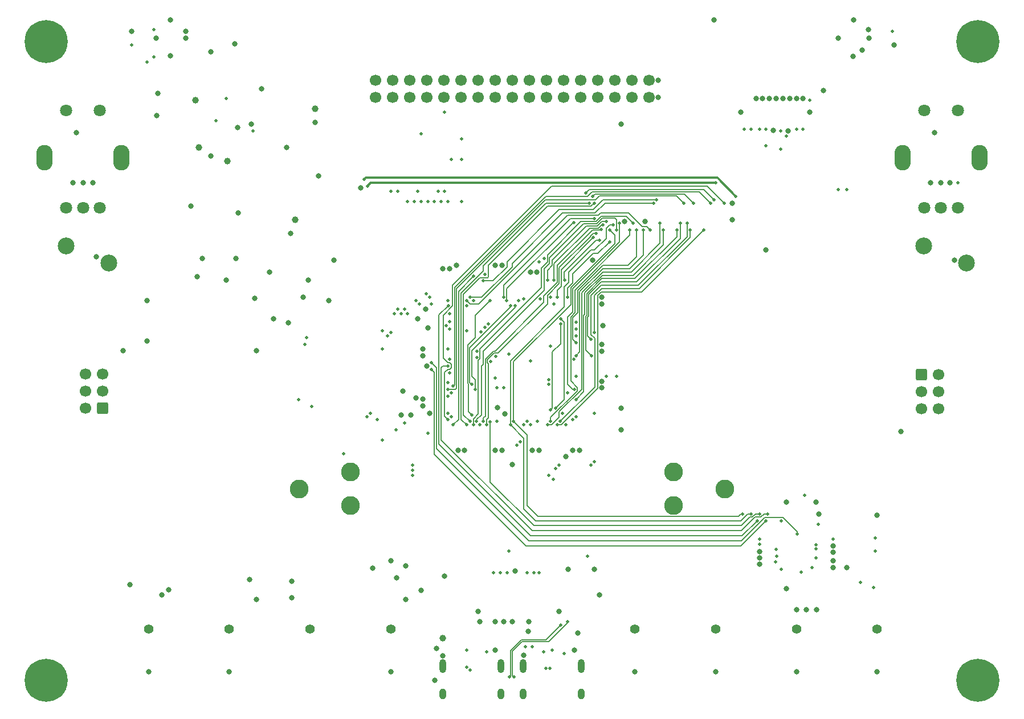
<source format=gbr>
%TF.GenerationSoftware,KiCad,Pcbnew,7.0.8*%
%TF.CreationDate,2023-12-20T14:30:26+01:00*%
%TF.ProjectId,KLST_PANDA,4b4c5354-5f50-4414-9e44-412e6b696361,rev?*%
%TF.SameCoordinates,Original*%
%TF.FileFunction,Copper,L3,Inr*%
%TF.FilePolarity,Positive*%
%FSLAX46Y46*%
G04 Gerber Fmt 4.6, Leading zero omitted, Abs format (unit mm)*
G04 Created by KiCad (PCBNEW 7.0.8) date 2023-12-20 14:30:26*
%MOMM*%
%LPD*%
G01*
G04 APERTURE LIST*
G04 Aperture macros list*
%AMRoundRect*
0 Rectangle with rounded corners*
0 $1 Rounding radius*
0 $2 $3 $4 $5 $6 $7 $8 $9 X,Y pos of 4 corners*
0 Add a 4 corners polygon primitive as box body*
4,1,4,$2,$3,$4,$5,$6,$7,$8,$9,$2,$3,0*
0 Add four circle primitives for the rounded corners*
1,1,$1+$1,$2,$3*
1,1,$1+$1,$4,$5*
1,1,$1+$1,$6,$7*
1,1,$1+$1,$8,$9*
0 Add four rect primitives between the rounded corners*
20,1,$1+$1,$2,$3,$4,$5,0*
20,1,$1+$1,$4,$5,$6,$7,0*
20,1,$1+$1,$6,$7,$8,$9,0*
20,1,$1+$1,$8,$9,$2,$3,0*%
G04 Aperture macros list end*
%TA.AperFunction,WasherPad*%
%ADD10C,1.400000*%
%TD*%
%TA.AperFunction,ComponentPad*%
%ADD11RoundRect,0.250000X-0.600000X-0.600000X0.600000X-0.600000X0.600000X0.600000X-0.600000X0.600000X0*%
%TD*%
%TA.AperFunction,ComponentPad*%
%ADD12C,1.700000*%
%TD*%
%TA.AperFunction,ComponentPad*%
%ADD13C,0.800000*%
%TD*%
%TA.AperFunction,ComponentPad*%
%ADD14C,6.400000*%
%TD*%
%TA.AperFunction,ComponentPad*%
%ADD15RoundRect,0.250000X0.600000X0.600000X-0.600000X0.600000X-0.600000X-0.600000X0.600000X-0.600000X0*%
%TD*%
%TA.AperFunction,ComponentPad*%
%ADD16O,1.000000X2.100000*%
%TD*%
%TA.AperFunction,ComponentPad*%
%ADD17O,1.000000X1.600000*%
%TD*%
%TA.AperFunction,ComponentPad*%
%ADD18C,2.800000*%
%TD*%
%TA.AperFunction,ComponentPad*%
%ADD19O,2.400000X3.800000*%
%TD*%
%TA.AperFunction,ComponentPad*%
%ADD20C,1.800000*%
%TD*%
%TA.AperFunction,ComponentPad*%
%ADD21C,2.500000*%
%TD*%
%TA.AperFunction,ViaPad*%
%ADD22C,0.800000*%
%TD*%
%TA.AperFunction,ViaPad*%
%ADD23C,0.500000*%
%TD*%
%TA.AperFunction,ViaPad*%
%ADD24C,1.000000*%
%TD*%
%TA.AperFunction,Conductor*%
%ADD25C,0.150000*%
%TD*%
%TA.AperFunction,Conductor*%
%ADD26C,0.300000*%
%TD*%
G04 APERTURE END LIST*
D10*
%TO.N,*%
%TO.C,J16*%
X142500000Y-142400000D03*
%TD*%
%TO.N,*%
%TO.C,J11*%
X82250000Y-142400000D03*
%TD*%
D11*
%TO.N,GND*%
%TO.C,J5*%
X185100000Y-104500000D03*
D12*
%TO.N,_IDC_SERIAL_01_TX*%
X187640000Y-104500000D03*
%TO.N,Net-(D9-K)*%
X185100000Y-107040000D03*
X187640000Y-107040000D03*
%TO.N,_IDC_SERIAL_01_RX*%
X185100000Y-109580000D03*
%TO.N,GND*%
X187640000Y-109580000D03*
%TD*%
D13*
%TO.N,GND*%
%TO.C,H2*%
X191100000Y-55000000D03*
X191802944Y-53302944D03*
X191802944Y-56697056D03*
X193500000Y-52600000D03*
D14*
X193500000Y-55000000D03*
D13*
X193500000Y-57400000D03*
X195197056Y-53302944D03*
X195197056Y-56697056D03*
X195900000Y-55000000D03*
%TD*%
D10*
%TO.N,*%
%TO.C,J19*%
X178500000Y-142400000D03*
%TD*%
%TO.N,*%
%TO.C,J8*%
X106250000Y-142400000D03*
%TD*%
D15*
%TO.N,GND*%
%TO.C,J6*%
X63400000Y-109500000D03*
D12*
%TO.N,_IDC_SERIAL_00_TX*%
X60860000Y-109500000D03*
%TO.N,Net-(D10-K)*%
X63400000Y-106960000D03*
X60860000Y-106960000D03*
%TO.N,_IDC_SERIAL_00_RX*%
X63400000Y-104420000D03*
%TO.N,GND*%
X60860000Y-104420000D03*
%TD*%
D16*
%TO.N,GND*%
%TO.C,J9*%
X125930000Y-147870000D03*
D17*
X125930000Y-152050000D03*
D16*
X134570000Y-147870000D03*
D17*
X134570000Y-152050000D03*
%TD*%
D10*
%TO.N,*%
%TO.C,J7*%
X94250000Y-142400000D03*
%TD*%
D13*
%TO.N,GND*%
%TO.C,H1*%
X52600000Y-55000000D03*
X53302944Y-53302944D03*
X53302944Y-56697056D03*
X55000000Y-52600000D03*
D14*
X55000000Y-55000000D03*
D13*
X55000000Y-57400000D03*
X56697056Y-53302944D03*
X56697056Y-56697056D03*
X57400000Y-55000000D03*
%TD*%
D16*
%TO.N,GND*%
%TO.C,J10*%
X113930000Y-147870000D03*
D17*
X113930000Y-152050000D03*
D16*
X122570000Y-147870000D03*
D17*
X122570000Y-152050000D03*
%TD*%
D13*
%TO.N,GND*%
%TO.C,H4*%
X191100000Y-150000000D03*
X191802944Y-148302944D03*
X191802944Y-151697056D03*
X193500000Y-147600000D03*
D14*
X193500000Y-150000000D03*
D13*
X193500000Y-152400000D03*
X195197056Y-148302944D03*
X195197056Y-151697056D03*
X195900000Y-150000000D03*
%TD*%
D10*
%TO.N,*%
%TO.C,J17*%
X166500000Y-142400000D03*
%TD*%
%TO.N,*%
%TO.C,J18*%
X154500000Y-142400000D03*
%TD*%
D12*
%TO.N,+3.3V*%
%TO.C,J13*%
X103930000Y-63290000D03*
%TO.N,+5V*%
X103930000Y-60750000D03*
%TO.N,GND*%
X106470000Y-63290000D03*
X106470000Y-60750000D03*
%TO.N,GPIO_00_PWM*%
X109010000Y-63290000D03*
%TO.N,GPIO_01_PWM*%
X109010000Y-60750000D03*
%TO.N,GPIO_02_PWM*%
X111550000Y-63290000D03*
%TO.N,GPIO_03_PWM*%
X111550000Y-60750000D03*
%TO.N,GPIO_04_ADC*%
X114090000Y-63290000D03*
%TO.N,GPIO_05_ADC*%
X114090000Y-60750000D03*
%TO.N,GPIO_06*%
X116630000Y-63290000D03*
%TO.N,GPIO_07*%
X116630000Y-60750000D03*
%TO.N,GPIO_08*%
X119170000Y-63290000D03*
%TO.N,GPIO_09*%
X119170000Y-60750000D03*
%TO.N,GPIO_10*%
X121710000Y-63290000D03*
%TO.N,GPIO_11*%
X121710000Y-60750000D03*
%TO.N,GPIO_12*%
X124250000Y-63290000D03*
%TO.N,GPIO_13*%
X124250000Y-60750000D03*
%TO.N,GPIO_14*%
X126790000Y-63290000D03*
%TO.N,GPIO_15*%
X126790000Y-60750000D03*
%TO.N,GPIO_16*%
X129330000Y-63290000D03*
%TO.N,GPIO_17*%
X129330000Y-60750000D03*
%TO.N,GPIO_18_INT*%
X131870000Y-63290000D03*
%TO.N,GND*%
X131870000Y-60750000D03*
%TO.N,SERIAL_USR_RX*%
X134410000Y-63290000D03*
%TO.N,SPI_USR_CS*%
X134410000Y-60750000D03*
%TO.N,SERIAL_USR_TX*%
X136950000Y-63290000D03*
%TO.N,SPI_USR_MISO*%
X136950000Y-60750000D03*
%TO.N,I2C_USR_SDA*%
X139490000Y-63290000D03*
%TO.N,SPI_USR_MOSI*%
X139490000Y-60750000D03*
%TO.N,I2C_USR_SCL*%
X142030000Y-63290000D03*
%TO.N,SPI_USR_SCK*%
X142030000Y-60750000D03*
%TO.N,GND*%
X144570000Y-63290000D03*
X144570000Y-60750000D03*
%TD*%
D10*
%TO.N,*%
%TO.C,J12*%
X70250000Y-142400000D03*
%TD*%
D13*
%TO.N,GND*%
%TO.C,H3*%
X52600000Y-150000000D03*
X53302944Y-148302944D03*
X53302944Y-151697056D03*
X55000000Y-147600000D03*
D14*
X55000000Y-150000000D03*
D13*
X55000000Y-152400000D03*
X56697056Y-148302944D03*
X56697056Y-151697056D03*
X57400000Y-150000000D03*
%TD*%
D18*
%TO.N,GND*%
%TO.C,J4*%
X155850000Y-121500000D03*
X148251000Y-124000000D03*
X148250000Y-119000000D03*
%TD*%
%TO.N,/battery/(BAT_PLUS)*%
%TO.C,J3*%
X92650000Y-121500000D03*
X100249000Y-119000000D03*
X100250000Y-124000000D03*
%TD*%
D19*
%TO.N,*%
%TO.C,SW5*%
X66200000Y-72250000D03*
X54800000Y-72250000D03*
D20*
%TO.N,Net-(C43-Pad1)*%
X63000000Y-79750000D03*
%TO.N,Net-(C41-Pad1)*%
X58000000Y-79750000D03*
%TO.N,GND*%
X60500000Y-79750000D03*
X63000000Y-65250000D03*
%TO.N,Net-(R33-Pad1)*%
X58000000Y-65250000D03*
%TD*%
D19*
%TO.N,*%
%TO.C,SW4*%
X193700000Y-72250000D03*
X182300000Y-72250000D03*
D20*
%TO.N,Net-(C40-Pad1)*%
X190500000Y-79750000D03*
%TO.N,Net-(C38-Pad1)*%
X185500000Y-79750000D03*
%TO.N,GND*%
X188000000Y-79750000D03*
X190500000Y-65250000D03*
%TO.N,Net-(R27-Pad1)*%
X185500000Y-65250000D03*
%TD*%
D21*
%TO.N,Net-(R52-Pad1)*%
%TO.C,SW8*%
X64310000Y-87960000D03*
%TO.N,GND*%
X57960000Y-85420000D03*
%TD*%
%TO.N,Net-(R50-Pad1)*%
%TO.C,SW7*%
X191810000Y-87960000D03*
%TO.N,GND*%
X185460000Y-85420000D03*
%TD*%
D22*
%TO.N,GND*%
X144000000Y-81749978D03*
X170500000Y-62249994D03*
X146000000Y-60750000D03*
D23*
X129750006Y-105250000D03*
D22*
X168500000Y-65500000D03*
D23*
X164250000Y-133500000D03*
D22*
X91000000Y-96800000D03*
X114000000Y-88750000D03*
X119250000Y-139750000D03*
X82250000Y-148749996D03*
X169859500Y-125250000D03*
X88800000Y-96200000D03*
X121750000Y-115750000D03*
X73500000Y-51750000D03*
X106250000Y-132250000D03*
X119497781Y-141250000D03*
X165000000Y-123500000D03*
X124250000Y-141250000D03*
X137625000Y-106500000D03*
X67500000Y-135750000D03*
X70250000Y-148750000D03*
X67750000Y-53500000D03*
X172000000Y-133250000D03*
X177264831Y-54508694D03*
X137625000Y-101068775D03*
X60500000Y-76000000D03*
X73510312Y-57105803D03*
X122730000Y-88250000D03*
X90750000Y-70750000D03*
X83500000Y-67750000D03*
X121750000Y-145500000D03*
D23*
X163601864Y-131503658D03*
D22*
X136225812Y-87475812D03*
X169400000Y-123500000D03*
X116250000Y-115750000D03*
X134250000Y-115750000D03*
X123000000Y-141250000D03*
X110984274Y-109140500D03*
X168000000Y-139500000D03*
X126000000Y-146250000D03*
X132599992Y-133445000D03*
X110999980Y-100750034D03*
X161063407Y-130813407D03*
X166500000Y-139500000D03*
X108500000Y-138000000D03*
X169500000Y-139500000D03*
D23*
X168800000Y-133250020D03*
D22*
X165250000Y-68250000D03*
X178500002Y-148750000D03*
X161000000Y-131750000D03*
X103588434Y-133338438D03*
D23*
X122000000Y-106500000D03*
D22*
X174933058Y-57183058D03*
X134000000Y-143000000D03*
X75750000Y-54500000D03*
X127250000Y-115750000D03*
D23*
X119020000Y-101020000D03*
D22*
X95000000Y-67000000D03*
X110250000Y-96250000D03*
X154250000Y-51750000D03*
X114000000Y-146345003D03*
D23*
X130250000Y-145500000D03*
D22*
X178499996Y-125400000D03*
X127950003Y-89250000D03*
X91338329Y-83553567D03*
X94000000Y-90500000D03*
X108000000Y-107000000D03*
X133500000Y-145500000D03*
X109250000Y-110500000D03*
X172000008Y-130000000D03*
X101750000Y-76750000D03*
X97000000Y-93500000D03*
X111620602Y-103256972D03*
X181000000Y-55500000D03*
X141000000Y-81750000D03*
X124750000Y-133750000D03*
X122052188Y-109418303D03*
D23*
X167199500Y-133899647D03*
D22*
X158250000Y-65500000D03*
X126750000Y-141249996D03*
X137625000Y-93990808D03*
X172000000Y-130975000D03*
X83550000Y-80450000D03*
X106250000Y-148750000D03*
X85500000Y-67250000D03*
X165000000Y-136399986D03*
X88250000Y-89250000D03*
X71379442Y-54500000D03*
X93250000Y-93000000D03*
X154500000Y-148750000D03*
X166500000Y-148750004D03*
X137250000Y-137250000D03*
X95500000Y-75000000D03*
X161999996Y-86000000D03*
X172000000Y-132250000D03*
X97750000Y-87500000D03*
X79500000Y-72000000D03*
X71500000Y-66000000D03*
X172750000Y-54500000D03*
X76500000Y-79500000D03*
X175000000Y-51750000D03*
X71624132Y-62717054D03*
D23*
X123765216Y-101479131D03*
D22*
X174000000Y-133250000D03*
X110750000Y-136590000D03*
X91500000Y-135250000D03*
D23*
X169400000Y-130450003D03*
D22*
X187970622Y-76000000D03*
X146000000Y-63250000D03*
X176250000Y-56250000D03*
X72250000Y-137250000D03*
X78250000Y-87250000D03*
D23*
X127000000Y-102500000D03*
D22*
X142500004Y-148750000D03*
X83250000Y-87250000D03*
X79500000Y-56500000D03*
X132250000Y-116750000D03*
X126679863Y-142700000D03*
X157000000Y-79000000D03*
X110000000Y-108000000D03*
X161000000Y-132750000D03*
D23*
%TO.N,NRST*%
X108250000Y-111750000D03*
X121805325Y-101790691D03*
X121750000Y-105000012D03*
X114749994Y-105750000D03*
%TO.N,/audio_codec/MIC_BIAS*%
X172000000Y-129000000D03*
X167749996Y-122500002D03*
%TO.N,/audio_codec/LINE_OUT_RIGHT*%
X175985000Y-135400000D03*
X178000000Y-136200000D03*
D22*
%TO.N,+3.3VA*%
X112000002Y-110250002D03*
X107750000Y-110500000D03*
X81750000Y-90500000D03*
X86250000Y-101000000D03*
%TO.N,+3.3V*%
X91500000Y-137750000D03*
X62500000Y-87000000D03*
X161500000Y-63500000D03*
X177250000Y-53250000D03*
X86250000Y-138000000D03*
X182000000Y-113000000D03*
X59500000Y-68500000D03*
X163500000Y-63500000D03*
D23*
X129730000Y-105980000D03*
D22*
X107125000Y-134750000D03*
X164500000Y-63500000D03*
X83101041Y-55351041D03*
X160500000Y-63500000D03*
X111433058Y-94816942D03*
D23*
X119020000Y-101980000D03*
D22*
X117199503Y-115750000D03*
D23*
X123000000Y-106500000D03*
D22*
X77500000Y-90000000D03*
X162500000Y-63500000D03*
X165500000Y-63500000D03*
D23*
X169400000Y-129800000D03*
D22*
X127000000Y-89250000D03*
X73250000Y-136500000D03*
D23*
X121055325Y-102540691D03*
D22*
X190000000Y-87500000D03*
X189299643Y-76000000D03*
D23*
X169399996Y-131800000D03*
D22*
X121759272Y-88278597D03*
X115000000Y-88750000D03*
X111001039Y-108191145D03*
X157000000Y-81500000D03*
X167500000Y-63500000D03*
X137625000Y-93041417D03*
X59000000Y-76000000D03*
D23*
X163499996Y-130500000D03*
D22*
X121710014Y-141289984D03*
X75750000Y-53500000D03*
X136500000Y-133500000D03*
X66500000Y-101000000D03*
X137625000Y-105500000D03*
X116000000Y-88250000D03*
X122750000Y-115750000D03*
X111020214Y-101719751D03*
X128250000Y-115750000D03*
X124254442Y-117870558D03*
X85250000Y-135000000D03*
X62000000Y-76000000D03*
X140500052Y-67250000D03*
X187000000Y-68500000D03*
X114250000Y-134500000D03*
X111748981Y-97600541D03*
X133250000Y-115750000D03*
D23*
X130000000Y-100250000D03*
D22*
X108500000Y-133000000D03*
X166500000Y-63500000D03*
X123192042Y-110375000D03*
D23*
X163375006Y-132375006D03*
D22*
X186468777Y-76000012D03*
X137625000Y-100068783D03*
X163054992Y-68195008D03*
D23*
%TO.N,_DISPLAY_ON_OFF*%
X139750000Y-83000000D03*
X119000000Y-111500000D03*
%TO.N,_CARD_SDMMC_CK*%
X164155000Y-68250000D03*
X164154999Y-71000000D03*
%TO.N,Net-(D1-K)*%
X180750000Y-53500000D03*
%TO.N,_CARD_SDMMC_CHIP_DETECT*%
X168500000Y-63750000D03*
%TO.N,_ENCODER_00_BUTTON*%
X133750000Y-96750000D03*
X172750000Y-77000000D03*
%TO.N,_ENCODER_01_BUTTON*%
X109500000Y-118000000D03*
X132250000Y-112000000D03*
X131250000Y-118000000D03*
X94500000Y-109250000D03*
%TO.N,_BUTTON_PROGRAMMER*%
X135500000Y-131500000D03*
X121997911Y-111507478D03*
%TO.N,/audio_codec/(MIC_IN_LEFT)*%
X161000000Y-129000000D03*
X164250000Y-126250006D03*
%TO.N,_MECH_BUTTON_00*%
X138250000Y-104750000D03*
X139750000Y-104750000D03*
%TO.N,_LED_01*%
X130750000Y-118500000D03*
X69999950Y-58000000D03*
X109500000Y-118750000D03*
X131750000Y-110250000D03*
X92500000Y-108250000D03*
%TO.N,_CARD_SDMMC_D0*%
X166500000Y-68000000D03*
%TO.N,_CARD_SDMMC_D1*%
X164997017Y-69008949D03*
X167500000Y-68000000D03*
%TO.N,_CARD_SDMMC_D2*%
X159750000Y-68000000D03*
%TO.N,_CARD_SDMMC_D3*%
X161000000Y-68000000D03*
X158750000Y-68000000D03*
%TO.N,_CARD_SDMMC_CMD*%
X162000000Y-70499999D03*
X162000000Y-68000000D03*
%TO.N,_LED_00*%
X136500000Y-110250000D03*
%TO.N,Net-(D2-K)*%
X67750000Y-55500000D03*
%TO.N,/audio_codec/(MIC_IN_RIGHT)*%
X160999983Y-129750000D03*
X169750002Y-126750000D03*
D22*
%TO.N,/battery/(BAT_PLUS)*%
X70000000Y-93500000D03*
X70000000Y-99500000D03*
D24*
%TO.N,+5V*%
X113999984Y-143750000D03*
X92000000Y-81500000D03*
D22*
%TO.N,/USB/VBUS_HOST_OUT*%
X86000000Y-93200000D03*
X112999998Y-145250006D03*
D23*
%TO.N,/USB/USB_CONNECTOR_MINUS*%
X129250000Y-148250000D03*
X131500012Y-141750000D03*
X117525500Y-148000000D03*
X123845701Y-149490510D03*
%TO.N,_SWD_IO*%
X130000000Y-109750000D03*
X131500000Y-97000000D03*
X129750000Y-119500000D03*
%TO.N,_SWD_CLK*%
X131500000Y-96249998D03*
X130374997Y-120125003D03*
X130741116Y-109491116D03*
%TO.N,_SWD_OUT*%
X123750000Y-130749978D03*
X118250000Y-110500000D03*
X121000000Y-93500000D03*
%TO.N,/USB/USB_CONNECTOR_PLUS*%
X124508824Y-149500000D03*
X118000000Y-148500000D03*
X129902713Y-148250944D03*
X132500000Y-141250000D03*
%TO.N,_AUDIO_CODEC_I2C_SCL*%
X159749987Y-125250013D03*
X124000000Y-112000000D03*
X139250000Y-82250000D03*
%TO.N,_AUDIO_CODEC_I2C_SDA*%
X138750000Y-83000000D03*
X124500000Y-111500000D03*
X158500000Y-125250000D03*
%TO.N,_IDC_SERIAL_00_TX*%
X110000000Y-93500000D03*
X93750003Y-98999994D03*
X111500008Y-92500000D03*
%TO.N,_IDC_SERIAL_00_RX*%
X110500000Y-94000000D03*
X111975000Y-93000000D03*
X93500000Y-100000000D03*
%TO.N,_IDC_SERIAL_01_TX*%
X125500000Y-114500000D03*
%TO.N,_IDC_SERIAL_01_RX*%
X125000000Y-115000000D03*
%TO.N,Net-(J9-CC1)*%
X127250000Y-145000000D03*
X128991051Y-145752983D03*
D22*
%TO.N,_USB_DEVICE_HOST_VBUS*%
X131250000Y-139750000D03*
X140500000Y-112750000D03*
X137750000Y-97250000D03*
X112750000Y-150000000D03*
X140500000Y-109500000D03*
X87000000Y-62000000D03*
D23*
%TO.N,BOOT0*%
X104250000Y-111250000D03*
X105000000Y-98000000D03*
X107000000Y-112750000D03*
X118500000Y-93500000D03*
%TO.N,_EXT_MEMORY_CHIP_SELECT*%
X133449500Y-102250000D03*
%TO.N,_EXT_MEMORY_CLK*%
X115000000Y-104250000D03*
%TO.N,_EXT_MEMORY_DQS*%
X119500000Y-112000000D03*
%TO.N,_EXT_MEMORY_A2*%
X133750002Y-110750000D03*
%TO.N,_EXT_MEMORY_A1*%
X132500000Y-107250000D03*
%TO.N,_EXT_MEMORY_A0*%
X133250000Y-111250000D03*
%TO.N,_EXT_MEMORY_A3*%
X115000000Y-102250000D03*
%TO.N,_EXT_MEMORY_A4*%
X126000000Y-112000000D03*
%TO.N,_EXT_MEMORY_A7*%
X128000000Y-111500000D03*
%TO.N,_EXT_MEMORY_A6*%
X127000000Y-112000000D03*
%TO.N,_EXT_MEMORY_A5*%
X126500000Y-111500000D03*
%TO.N,_ENCODER_00_A*%
X174009996Y-76989996D03*
X133750000Y-97750000D03*
%TO.N,_ENCODER_00_B*%
X190500006Y-76000000D03*
X136500000Y-117500000D03*
%TO.N,_ENCODER_01_A*%
X114750000Y-110250000D03*
X103250000Y-110250000D03*
%TO.N,_ENCODER_01_B*%
X115250000Y-110750000D03*
X102669067Y-110790467D03*
%TO.N,_MIDI_ANALOG_IN*%
X130500000Y-94000008D03*
X105750000Y-98749998D03*
%TO.N,_AUDIO_MIC_CLK*%
X70999994Y-57250000D03*
%TO.N,_AUDIO_CODEC_SAI_SD_OUT*%
X114806203Y-94239508D03*
X160662868Y-126241822D03*
%TO.N,GPIO_11*%
X112247911Y-94007478D03*
X110750000Y-68750000D03*
%TO.N,GPIO_10*%
X114950000Y-96689644D03*
X110250000Y-77250000D03*
%TO.N,GPIO_09*%
X109750000Y-78750000D03*
X114500000Y-97250000D03*
%TO.N,GPIO_08*%
X115000000Y-97750000D03*
X114250000Y-65500000D03*
X108750000Y-78750000D03*
%TO.N,GPIO_03_PWM*%
X108750000Y-95500000D03*
%TO.N,GPIO_02_PWM*%
X108250000Y-94750000D03*
X107250000Y-77250000D03*
%TO.N,GPIO_01_PWM*%
X107750000Y-95500000D03*
%TO.N,GPIO_00_PWM*%
X107250000Y-94750000D03*
%TO.N,GPIO_07*%
X106250000Y-77250000D03*
X106750000Y-95500000D03*
%TO.N,_ADC_USR*%
X105000008Y-100750000D03*
X114750030Y-100750000D03*
%TO.N,_AUDIO_CODEC_SAI_MCLK*%
X112250000Y-102750000D03*
X166600000Y-128200000D03*
%TO.N,_AUDIO_CODEC_SAI_SCK*%
X114725000Y-103250000D03*
X162249990Y-125250000D03*
%TO.N,_AUDIO_CODEC_SAI_FS*%
X162008876Y-126258884D03*
X112249988Y-103750000D03*
%TO.N,SPI_USR_MISO*%
X118250000Y-106000000D03*
X116750000Y-72500000D03*
X124000000Y-94250000D03*
X115261396Y-107250000D03*
X114250000Y-77250000D03*
%TO.N,SPI_USR_MOSI*%
X118750000Y-106750000D03*
X124750000Y-94250000D03*
X114750000Y-78750000D03*
X114749993Y-107749993D03*
%TO.N,SERIAL_USR_RX*%
X118525500Y-89894977D03*
X115500000Y-112000000D03*
%TO.N,_DAC_USR*%
X105000000Y-114250000D03*
X111750000Y-113250000D03*
%TO.N,Net-(J9-CC2)*%
X132000000Y-146000000D03*
X126250000Y-145000000D03*
%TO.N,_AUDIO_CODEC_SAI_SD_IN*%
X161000000Y-125250000D03*
X120989860Y-111510140D03*
%TO.N,GPIO_05_ADC*%
X114750000Y-93500000D03*
%TO.N,GPIO_04_ADC*%
X117500000Y-98000000D03*
%TO.N,GPIO_17*%
X111724500Y-78750000D03*
X117500000Y-94250000D03*
%TO.N,_MECH_BUTTON_01*%
X133750000Y-104750000D03*
X99250000Y-116250000D03*
X109500008Y-119500000D03*
X136000000Y-118000000D03*
%TO.N,GPIO_16*%
X112724500Y-78750000D03*
X120250000Y-97500000D03*
%TO.N,GPIO_15*%
X113250000Y-77250000D03*
X120750000Y-97000000D03*
X116750000Y-69500000D03*
%TO.N,GPIO_14*%
X125250000Y-93500000D03*
X115250000Y-72500000D03*
%TO.N,GPIO_13*%
X126000000Y-93250000D03*
%TO.N,_MIDI_ANALOG_OUT*%
X106250000Y-98250002D03*
X130000000Y-92999954D03*
%TO.N,SPI_USR_SCK*%
X129000000Y-87250000D03*
%TO.N,GPIO_12*%
X128475500Y-93250000D03*
%TO.N,SERIAL_USR_TX*%
X128250000Y-87750000D03*
%TO.N,SPI_USR_CS*%
X120250000Y-89625500D03*
X113750000Y-78750000D03*
%TO.N,_AUDIO_MIC_DATA*%
X70999994Y-53249982D03*
%TO.N,_DISPLAY_BACKLIGHT_PWM*%
X133750000Y-98750000D03*
%TO.N,/display/DISPLAY_CATHODE_MINUS_OUT*%
X102749998Y-76500000D03*
X154500000Y-76000000D03*
%TO.N,/display/DISPLAY_ANODE_PLUS_22V_OUT*%
X157500000Y-78000000D03*
X102250000Y-75500000D03*
%TO.N,_DISPLAY_LTDC_R0*%
X123475000Y-93500000D03*
X133414124Y-81914124D03*
%TO.N,_DISPLAY_LTDC_R1*%
X155750000Y-79000004D03*
X114750000Y-111250012D03*
%TO.N,_DISPLAY_LTDC_R2*%
X132050000Y-90500018D03*
X137250000Y-84500000D03*
%TO.N,_DISPLAY_LTDC_R3*%
X132500000Y-93000004D03*
X138750000Y-84775000D03*
%TO.N,_DISPLAY_LTDC_R4*%
X135250000Y-77500000D03*
X117500000Y-112000000D03*
X154250000Y-78500018D03*
X135741228Y-79000000D03*
%TO.N,_DISPLAY_LTDC_R5*%
X115500012Y-106244788D03*
X153750000Y-79000000D03*
%TO.N,_DISPLAY_LTDC_R6*%
X136349258Y-84118078D03*
X131000000Y-93000000D03*
%TO.N,_DISPLAY_LTDC_R7*%
X131000000Y-112000000D03*
X152725000Y-83000000D03*
%TO.N,_DISPLAY_LTDC_G0*%
X136750000Y-83499500D03*
X120500000Y-112000000D03*
%TO.N,_DISPLAY_LTDC_G1*%
X137502171Y-82975000D03*
X120000000Y-111500000D03*
%TO.N,_DISPLAY_LTDC_G2*%
X118000011Y-111500011D03*
X136500006Y-79000000D03*
X136250000Y-78000000D03*
X151250000Y-79000000D03*
%TO.N,_DISPLAY_LTDC_G3*%
X150750000Y-83000000D03*
X136500000Y-98250000D03*
%TO.N,_DISPLAY_LTDC_G4*%
X150250000Y-82000000D03*
X131427707Y-111479191D03*
%TO.N,_DISPLAY_LTDC_G5*%
X114750000Y-106749988D03*
X149750000Y-79000006D03*
%TO.N,_DISPLAY_LTDC_G6*%
X149250000Y-82000000D03*
X135975716Y-99251335D03*
%TO.N,_DISPLAY_LTDC_G7*%
X148739860Y-82989860D03*
X136049500Y-101750000D03*
%TO.N,_DISPLAY_LTDC_B0*%
X123000000Y-93000000D03*
X136511001Y-81301751D03*
%TO.N,_DISPLAY_LTDC_B1*%
X137752392Y-82252392D03*
X130500000Y-90500000D03*
%TO.N,_DISPLAY_LTDC_B2*%
X138250000Y-81750000D03*
X129510536Y-90509744D03*
%TO.N,_DISPLAY_LTDC_B3*%
X146750000Y-83000000D03*
X133750026Y-108250000D03*
%TO.N,_DISPLAY_LTDC_B4*%
X129500000Y-112000000D03*
X146250000Y-82000000D03*
%TO.N,_DISPLAY_LTDC_B5*%
X120000000Y-90574500D03*
X145750000Y-78500000D03*
%TO.N,_DISPLAY_LTDC_B6*%
X118000000Y-92999994D03*
X145274538Y-79000000D03*
%TO.N,_DISPLAY_LTDC_B7*%
X144750000Y-82997911D03*
X117500000Y-93500000D03*
%TO.N,_DISPLAY_LTDC_CLK*%
X133784075Y-101693302D03*
X143750000Y-83023807D03*
%TO.N,_DISPLAY_LTDC_HSYNC*%
X142739860Y-82989860D03*
X133775000Y-99769786D03*
%TO.N,_DISPLAY_LTDC_VSYNC*%
X142236056Y-82000000D03*
X118500000Y-112000000D03*
%TO.N,_DISPLAY_LTDC_DE*%
X141750000Y-83000000D03*
X130000000Y-111500000D03*
%TO.N,_DISPLAY_TOUCH_INTERRUPT*%
X140241051Y-82002983D03*
X133491129Y-106741129D03*
D24*
%TO.N,/battery/BAT*%
X95000010Y-65000000D03*
D23*
%TO.N,/battery/LX*%
X85750000Y-68250014D03*
D24*
%TO.N,/battery/+5V_OUT*%
X82000000Y-72750000D03*
X77750000Y-70750000D03*
X77250000Y-63750000D03*
D23*
%TO.N,Net-(J10-CC2)*%
X117500000Y-145500000D03*
X120500000Y-145750000D03*
%TO.N,GPIO_18_INT*%
X116750000Y-78750000D03*
X110750000Y-78750000D03*
X115000000Y-95500000D03*
%TO.N,GPIO_06*%
X119644917Y-98144917D03*
%TO.N,/programmer/SWD_IO*%
X121500000Y-134000000D03*
%TO.N,/programmer/SWD_CLK*%
X122500000Y-134000000D03*
%TO.N,/programmer/SWD_OUT*%
X123507371Y-133982800D03*
%TO.N,/programmer/SERIAL_RX*%
X127500000Y-134000000D03*
%TO.N,/programmer/SERIAL_TX*%
X128250000Y-134000000D03*
%TO.N,/audio_codec/(LINE_IN_RIGHT)*%
X178250000Y-130750000D03*
X178200000Y-128800000D03*
%TO.N,/battery/(LED_CHRG)*%
X80250000Y-66750000D03*
%TO.N,/battery/(LED_STDBY)*%
X81750000Y-63500000D03*
%TO.N,/programmer/RST*%
X126500000Y-134000000D03*
%TD*%
D25*
%TO.N,_DISPLAY_ON_OFF*%
X119750000Y-110500000D02*
X119750000Y-103216296D01*
X137633768Y-81275000D02*
X139525000Y-81275000D01*
X119980325Y-102985971D02*
X119980325Y-101019675D01*
X129800000Y-87173484D02*
X134848484Y-82125000D01*
X129800000Y-88037132D02*
X129800000Y-87173484D01*
X119980325Y-101019675D02*
X129035536Y-91964464D01*
X119750000Y-103216296D02*
X119980325Y-102985971D01*
X139750000Y-81500000D02*
X139750000Y-83000000D01*
X129035536Y-91964464D02*
X129035536Y-88801596D01*
X136783768Y-82125000D02*
X137633768Y-81275000D01*
X119000000Y-111500000D02*
X119000000Y-111250000D01*
X119000000Y-111250000D02*
X119750000Y-110500000D01*
X134848484Y-82125000D02*
X136783768Y-82125000D01*
X129035536Y-88801596D02*
X129800000Y-88037132D01*
X139525000Y-81275000D02*
X139750000Y-81500000D01*
%TO.N,/USB/USB_CONNECTOR_MINUS*%
X124000000Y-149336211D02*
X124000000Y-145575736D01*
X123845701Y-149490510D02*
X124000000Y-149336211D01*
X124000000Y-145575736D02*
X125625736Y-143950000D01*
X125625736Y-143950000D02*
X129300012Y-143950000D01*
X129300012Y-143950000D02*
X131500012Y-141750000D01*
%TO.N,_SWD_IO*%
X131500000Y-97000000D02*
X131500000Y-99921752D01*
X130250000Y-101171752D02*
X130250000Y-109500000D01*
X130250000Y-109500000D02*
X130000000Y-109750000D01*
X131500000Y-99921752D02*
X130250000Y-101171752D01*
%TO.N,_SWD_CLK*%
X132000000Y-96749998D02*
X132000000Y-108232232D01*
X131500000Y-96249998D02*
X132000000Y-96749998D01*
X132000000Y-108232232D02*
X130741116Y-109491116D01*
%TO.N,_SWD_OUT*%
X121000000Y-93500000D02*
X118750000Y-95750000D01*
X117650000Y-105824264D02*
X117750000Y-105924264D01*
X118750000Y-95750000D02*
X118750000Y-99000000D01*
X117650000Y-100100000D02*
X117650000Y-105824264D01*
X117750000Y-105924264D02*
X117750000Y-110000000D01*
X118750000Y-99000000D02*
X117650000Y-100100000D01*
X117750000Y-110000000D02*
X118250000Y-110500000D01*
%TO.N,/USB/USB_CONNECTOR_PLUS*%
X132500000Y-141417200D02*
X132500000Y-141250000D01*
X124508824Y-149500000D02*
X124295000Y-149286176D01*
X124295000Y-149286176D02*
X124295000Y-145705000D01*
X124295000Y-145705000D02*
X125755000Y-144245000D01*
X129672200Y-144245000D02*
X132500000Y-141417200D01*
X125755000Y-144245000D02*
X129672200Y-144245000D01*
%TO.N,_AUDIO_CODEC_I2C_SCL*%
X126000000Y-114000000D02*
X126000000Y-124500000D01*
X136000000Y-86000000D02*
X136500000Y-86000000D01*
X132700000Y-89300000D02*
X136000000Y-86000000D01*
X124000000Y-112000000D02*
X124000000Y-102500000D01*
X136500000Y-86000000D02*
X138250000Y-84250000D01*
X159249987Y-125250013D02*
X159749987Y-125250013D01*
X126000000Y-124500000D02*
X127750000Y-126250000D01*
X124000000Y-102500000D02*
X132025000Y-94475000D01*
X132025000Y-94475000D02*
X132025000Y-91468490D01*
X132025000Y-91468490D02*
X132700000Y-90793490D01*
X138750000Y-82250000D02*
X139250000Y-82250000D01*
X124000000Y-112000000D02*
X126000000Y-114000000D01*
X158250000Y-126250000D02*
X159249987Y-125250013D01*
X127750000Y-126250000D02*
X158250000Y-126250000D01*
X138250000Y-84250000D02*
X138250000Y-82750000D01*
X132700000Y-90793490D02*
X132700000Y-89300000D01*
X138250000Y-82750000D02*
X138750000Y-82250000D01*
%TO.N,_AUDIO_CODEC_I2C_SDA*%
X139500000Y-85085508D02*
X139500000Y-83750000D01*
X139500000Y-83750000D02*
X138750000Y-83000000D01*
X133000000Y-91585508D02*
X139500000Y-85085508D01*
X158250000Y-125250000D02*
X158500000Y-125250000D01*
X126500000Y-124000000D02*
X128125000Y-125625000D01*
X126500000Y-113500000D02*
X126500000Y-124000000D01*
X157875000Y-125625000D02*
X158250000Y-125250000D01*
X128125000Y-125625000D02*
X157875000Y-125625000D01*
X124500000Y-102578248D02*
X133000000Y-94078248D01*
X133000000Y-94078248D02*
X133000000Y-91585508D01*
X124500000Y-111500000D02*
X126500000Y-113500000D01*
X124500000Y-111500000D02*
X124500000Y-102578248D01*
%TO.N,_AUDIO_CODEC_SAI_SD_OUT*%
X127037868Y-128500000D02*
X113400000Y-114862132D01*
X113400000Y-114862132D02*
X113400000Y-95645711D01*
X160662868Y-126289477D02*
X158452345Y-128500000D01*
X113400000Y-95645711D02*
X114806203Y-94239508D01*
X158452345Y-128500000D02*
X127037868Y-128500000D01*
X160662868Y-126241822D02*
X160662868Y-126289477D01*
%TO.N,_AUDIO_CODEC_SAI_MCLK*%
X113000000Y-103500000D02*
X113000000Y-115524632D01*
X158337132Y-129250000D02*
X161812132Y-125775000D01*
X126725368Y-129250000D02*
X158337132Y-129250000D01*
X166600000Y-127850000D02*
X166600000Y-128200000D01*
X113000000Y-115524632D02*
X126725368Y-129250000D01*
X112250000Y-102750000D02*
X113000000Y-103500000D01*
X164525000Y-125775000D02*
X166600000Y-127850000D01*
X161812132Y-125775000D02*
X164525000Y-125775000D01*
%TO.N,_AUDIO_CODEC_SAI_SCK*%
X162249990Y-125250000D02*
X161710876Y-125250000D01*
X127250000Y-127750000D02*
X113750000Y-114250000D01*
X113750000Y-103500000D02*
X114000000Y-103250000D01*
X158346016Y-127750000D02*
X127250000Y-127750000D01*
X161710876Y-125250000D02*
X161235876Y-125725000D01*
X161235876Y-125725000D02*
X160371016Y-125725000D01*
X114000000Y-103250000D02*
X114725000Y-103250000D01*
X113750000Y-114250000D02*
X113750000Y-103500000D01*
X160371016Y-125725000D02*
X158346016Y-127750000D01*
%TO.N,_AUDIO_CODEC_SAI_FS*%
X126306802Y-130000000D02*
X158267760Y-130000000D01*
X112249988Y-103750000D02*
X112700000Y-104200012D01*
X158267760Y-130000000D02*
X162008876Y-126258884D01*
X112700000Y-116393198D02*
X126306802Y-130000000D01*
X112700000Y-104200012D02*
X112700000Y-116393198D01*
%TO.N,SPI_USR_MISO*%
X124000000Y-94460880D02*
X124000000Y-94250000D01*
X117950000Y-100510880D02*
X124000000Y-94460880D01*
X117950000Y-105700000D02*
X117950000Y-100510880D01*
X118250000Y-106000000D02*
X117950000Y-105700000D01*
%TO.N,SPI_USR_MOSI*%
X118250000Y-101000000D02*
X124750000Y-94500000D01*
X118750000Y-106750000D02*
X118750000Y-105250000D01*
X124750000Y-94500000D02*
X124750000Y-94250000D01*
X118250000Y-104750000D02*
X118250000Y-101000000D01*
X118750000Y-105250000D02*
X118250000Y-104750000D01*
%TO.N,SERIAL_USR_RX*%
X116300000Y-111200000D02*
X116300000Y-92120477D01*
X115500000Y-112000000D02*
X116300000Y-111200000D01*
X116300000Y-92120477D02*
X118525500Y-89894977D01*
%TO.N,_AUDIO_CODEC_SAI_SD_IN*%
X159610863Y-125725013D02*
X158335876Y-127000000D01*
X159946739Y-125725013D02*
X159610863Y-125725013D01*
X120989860Y-120489860D02*
X120989860Y-111510140D01*
X158335876Y-127000000D02*
X127500000Y-127000000D01*
X161000000Y-125250000D02*
X160421752Y-125250000D01*
X160421752Y-125250000D02*
X159946739Y-125725013D01*
X127500000Y-127000000D02*
X120989860Y-120489860D01*
D26*
%TO.N,/display/DISPLAY_CATHODE_MINUS_OUT*%
X102749998Y-76500000D02*
X103249998Y-76000000D01*
X103249998Y-76000000D02*
X154500000Y-76000000D01*
%TO.N,/display/DISPLAY_ANODE_PLUS_22V_OUT*%
X102250000Y-75500000D02*
X102500000Y-75250000D01*
X154750000Y-75250000D02*
X157500000Y-78000000D01*
X102500000Y-75250000D02*
X154750000Y-75250000D01*
D25*
%TO.N,_DISPLAY_LTDC_R0*%
X123475000Y-91775000D02*
X133335876Y-81914124D01*
X133335876Y-81914124D02*
X133414124Y-81914124D01*
X123475000Y-93500000D02*
X123475000Y-91775000D01*
%TO.N,_DISPLAY_LTDC_R1*%
X114234500Y-110734512D02*
X114234500Y-104187252D01*
X153249996Y-76500000D02*
X155750000Y-79000004D01*
X114946752Y-103725000D02*
X115200000Y-103471752D01*
X114696752Y-103725000D02*
X114946752Y-103725000D01*
X114750000Y-111250012D02*
X114234500Y-110734512D01*
X114025000Y-102103248D02*
X114025000Y-95692463D01*
X114234500Y-104187252D02*
X114696752Y-103725000D01*
X130171752Y-76500000D02*
X153249996Y-76500000D01*
X115400000Y-94317463D02*
X115400000Y-91271752D01*
X114946752Y-102775000D02*
X114696752Y-102775000D01*
X115400000Y-91271752D02*
X130171752Y-76500000D01*
X114696752Y-102775000D02*
X114025000Y-102103248D01*
X115200000Y-103471752D02*
X115200000Y-103028248D01*
X114025000Y-95692463D02*
X115400000Y-94317463D01*
X115200000Y-103028248D02*
X114946752Y-102775000D01*
%TO.N,_DISPLAY_LTDC_R2*%
X137250000Y-84500000D02*
X136750000Y-84500000D01*
X132000000Y-90450018D02*
X132050000Y-90500018D01*
X132000000Y-89250000D02*
X132000000Y-90450018D01*
X136750000Y-84500000D02*
X132000000Y-89250000D01*
%TO.N,_DISPLAY_LTDC_R3*%
X136287500Y-86525000D02*
X137000000Y-86525000D01*
X132500000Y-93000004D02*
X132500000Y-91661244D01*
X133250000Y-90911244D02*
X133250000Y-89562500D01*
X137000000Y-86525000D02*
X138750000Y-84775000D01*
X132500000Y-91661244D02*
X133250000Y-90911244D01*
X133250000Y-89562500D02*
X136287500Y-86525000D01*
%TO.N,_DISPLAY_LTDC_R4*%
X117500000Y-112000000D02*
X116700000Y-111200000D01*
X129325736Y-79000000D02*
X135741228Y-79000000D01*
X152749982Y-77000000D02*
X135750000Y-77000000D01*
X135750000Y-77000000D02*
X135250000Y-77500000D01*
X154250000Y-78500018D02*
X152749982Y-77000000D01*
X116700000Y-92453984D02*
X120000000Y-89153984D01*
X120000000Y-88325736D02*
X129325736Y-79000000D01*
X120000000Y-89153984D02*
X120000000Y-88325736D01*
X116700000Y-111200000D02*
X116700000Y-92453984D01*
%TO.N,_DISPLAY_LTDC_R5*%
X152100000Y-77350000D02*
X136150000Y-77350000D01*
X135500000Y-78000000D02*
X129250000Y-78000000D01*
X129250000Y-78000000D02*
X115700000Y-91550000D01*
X136150000Y-77350000D02*
X135500000Y-78000000D01*
X115700000Y-106044800D02*
X115500012Y-106244788D01*
X115700000Y-91550000D02*
X115700000Y-106044800D01*
X153750000Y-79000000D02*
X152100000Y-77350000D01*
%TO.N,_DISPLAY_LTDC_R6*%
X131000000Y-92000000D02*
X131575000Y-91425000D01*
X136349258Y-84150742D02*
X136349258Y-84118078D01*
X131575000Y-88925000D02*
X136349258Y-84150742D01*
X131000000Y-93000000D02*
X131000000Y-92000000D01*
X131575000Y-91425000D02*
X131575000Y-88925000D01*
%TO.N,_DISPLAY_LTDC_R7*%
X137000000Y-92719848D02*
X137000000Y-106578248D01*
X137000000Y-106578248D02*
X131578248Y-112000000D01*
X131578248Y-112000000D02*
X131000000Y-112000000D01*
X152725000Y-83025000D02*
X143500000Y-92250000D01*
X143500000Y-92250000D02*
X137469848Y-92250000D01*
X137469848Y-92250000D02*
X137000000Y-92719848D01*
X152725000Y-83000000D02*
X152725000Y-83025000D01*
%TO.N,_DISPLAY_LTDC_G0*%
X120500000Y-112000000D02*
X120500000Y-111250000D01*
X120580325Y-102343939D02*
X121608573Y-101315691D01*
X122184309Y-101315691D02*
X129500000Y-94000000D01*
X136296084Y-83499500D02*
X136750000Y-83499500D01*
X129500000Y-94000000D02*
X129500000Y-92787240D01*
X120750000Y-111000000D02*
X120750000Y-102907118D01*
X120750000Y-102907118D02*
X120580325Y-102737443D01*
X135874258Y-83921326D02*
X136296084Y-83499500D01*
X120580325Y-102737443D02*
X120580325Y-102343939D01*
X121608573Y-101315691D02*
X122184309Y-101315691D01*
X131275000Y-91012240D02*
X131275000Y-88637868D01*
X120500000Y-111250000D02*
X120750000Y-111000000D01*
X131275000Y-88637868D02*
X135874258Y-84038610D01*
X135874258Y-84038610D02*
X135874258Y-83921326D01*
X129500000Y-92787240D02*
X131275000Y-91012240D01*
%TO.N,_DISPLAY_LTDC_G1*%
X136225000Y-83025000D02*
X130975000Y-88275000D01*
X137452171Y-83025000D02*
X136225000Y-83025000D01*
X120000000Y-111000000D02*
X120000000Y-111500000D01*
X128950000Y-93800000D02*
X121734309Y-101015691D01*
X121484309Y-101015691D02*
X120280325Y-102219675D01*
X120280325Y-102219675D02*
X120280325Y-110719675D01*
X130975000Y-90831488D02*
X128950000Y-92856488D01*
X120280325Y-110719675D02*
X120000000Y-111000000D01*
X130975000Y-88275000D02*
X130975000Y-90831488D01*
X121734309Y-101015691D02*
X121484309Y-101015691D01*
X137502171Y-82975000D02*
X137452171Y-83025000D01*
X128950000Y-92856488D02*
X128950000Y-93800000D01*
%TO.N,_DISPLAY_LTDC_G2*%
X149900000Y-77650000D02*
X136600000Y-77650000D01*
X120750000Y-88250000D02*
X129500000Y-79500000D01*
X119501472Y-90100000D02*
X120650000Y-90100000D01*
X151250000Y-79000000D02*
X149900000Y-77650000D01*
X120750000Y-90000000D02*
X120750000Y-88250000D01*
X118000011Y-111500011D02*
X117025000Y-110525000D01*
X129500000Y-79500000D02*
X136000006Y-79500000D01*
X117025000Y-92576472D02*
X119501472Y-90100000D01*
X136000006Y-79500000D02*
X136500006Y-79000000D01*
X136600000Y-77650000D02*
X136250000Y-78000000D01*
X117025000Y-110525000D02*
X117025000Y-92576472D01*
X120650000Y-90100000D02*
X120750000Y-90000000D01*
%TO.N,_DISPLAY_LTDC_G3*%
X137545584Y-91750000D02*
X136500000Y-92795584D01*
X136500000Y-92795584D02*
X136500000Y-98250000D01*
X143146783Y-91750000D02*
X137545584Y-91750000D01*
X150750000Y-84146783D02*
X143146783Y-91750000D01*
X150750000Y-83000000D02*
X150750000Y-84146783D01*
%TO.N,_DISPLAY_LTDC_G4*%
X135975000Y-98578867D02*
X136535642Y-99139509D01*
X150250000Y-82000000D02*
X150250000Y-84000000D01*
X150250000Y-84000000D02*
X143000000Y-91250000D01*
X136535642Y-106371256D02*
X131427707Y-111479191D01*
X136535642Y-99139509D02*
X136535642Y-106371256D01*
X137500000Y-91250000D02*
X135975000Y-92775000D01*
X143000000Y-91250000D02*
X137500000Y-91250000D01*
X135975000Y-92775000D02*
X135975000Y-98578867D01*
%TO.N,_DISPLAY_LTDC_G5*%
X137264492Y-77950000D02*
X136689492Y-78525000D01*
X148699994Y-77950000D02*
X137264492Y-77950000D01*
X116000000Y-91750000D02*
X116000000Y-106585876D01*
X129225000Y-78525000D02*
X116000000Y-91750000D01*
X115835888Y-106749988D02*
X114750000Y-106749988D01*
X149750000Y-79000006D02*
X148699994Y-77950000D01*
X116000000Y-106585876D02*
X115835888Y-106749988D01*
X136689492Y-78525000D02*
X129225000Y-78525000D01*
%TO.N,_DISPLAY_LTDC_G6*%
X149250000Y-82000000D02*
X149250000Y-84250000D01*
X137500000Y-90750000D02*
X135650000Y-92600000D01*
X135500000Y-95956612D02*
X135500000Y-98775619D01*
X135650000Y-95806612D02*
X135500000Y-95956612D01*
X135650000Y-92600000D02*
X135650000Y-95806612D01*
X135500000Y-98775619D02*
X135975716Y-99251335D01*
X149250000Y-84250000D02*
X142750000Y-90750000D01*
X142750000Y-90750000D02*
X137500000Y-90750000D01*
%TO.N,_DISPLAY_LTDC_G7*%
X135200000Y-100900500D02*
X135200000Y-95832348D01*
X135200000Y-95832348D02*
X135350000Y-95682348D01*
X135350000Y-95682348D02*
X135350000Y-92475736D01*
X135350000Y-92475736D02*
X137575736Y-90250000D01*
X136049500Y-101750000D02*
X135200000Y-100900500D01*
X148739860Y-84010140D02*
X148739860Y-82989860D01*
X142500000Y-90250000D02*
X148739860Y-84010140D01*
X137575736Y-90250000D02*
X142500000Y-90250000D01*
%TO.N,_DISPLAY_LTDC_B0*%
X132948249Y-81301751D02*
X136511001Y-81301751D01*
X123000000Y-91250000D02*
X132948249Y-81301751D01*
X123000000Y-93000000D02*
X123000000Y-91250000D01*
%TO.N,_DISPLAY_LTDC_B1*%
X130500000Y-88000000D02*
X135775000Y-82725000D01*
X135775000Y-82725000D02*
X137080419Y-82725000D01*
X137553027Y-82252392D02*
X137752392Y-82252392D01*
X137080419Y-82725000D02*
X137553027Y-82252392D01*
X130500000Y-90500000D02*
X130500000Y-88000000D01*
%TO.N,_DISPLAY_LTDC_B2*%
X137583032Y-81750000D02*
X136908032Y-82425000D01*
X130200000Y-87487500D02*
X130200000Y-88300000D01*
X130200000Y-88300000D02*
X129510536Y-88989464D01*
X136908032Y-82425000D02*
X135262500Y-82425000D01*
X138250000Y-81750000D02*
X137583032Y-81750000D01*
X135262500Y-82425000D02*
X130200000Y-87487500D01*
X129510536Y-88989464D02*
X129510536Y-90509744D01*
%TO.N,_DISPLAY_LTDC_B3*%
X134900000Y-95708084D02*
X134900000Y-107100026D01*
X135050000Y-92351472D02*
X135050000Y-95558084D01*
X146750000Y-85250000D02*
X142250000Y-89750000D01*
X135050000Y-95558084D02*
X134900000Y-95708084D01*
X134900000Y-107100026D02*
X133750026Y-108250000D01*
X142250000Y-89750000D02*
X137651472Y-89750000D01*
X137651472Y-89750000D02*
X135050000Y-92351472D01*
X146750000Y-83000000D02*
X146750000Y-85250000D01*
%TO.N,_DISPLAY_LTDC_B4*%
X142000000Y-89250000D02*
X146250000Y-85000000D01*
X129500000Y-112000000D02*
X130171752Y-112000000D01*
X131275000Y-110896752D02*
X131275000Y-110053274D01*
X134600000Y-106728274D02*
X134600000Y-92362132D01*
X134600000Y-92362132D02*
X137712132Y-89250000D01*
X131275000Y-110053274D02*
X134600000Y-106728274D01*
X130171752Y-112000000D02*
X131275000Y-110896752D01*
X146250000Y-85000000D02*
X146250000Y-82000000D01*
X137712132Y-89250000D02*
X142000000Y-89250000D01*
%TO.N,_DISPLAY_LTDC_B5*%
X121425500Y-90574500D02*
X123500000Y-88500000D01*
X120000000Y-90574500D02*
X121425500Y-90574500D01*
X136292472Y-80000000D02*
X137792472Y-78500000D01*
X137792472Y-78500000D02*
X145750000Y-78500000D01*
X123500000Y-88500000D02*
X123500000Y-87750000D01*
X123500000Y-87750000D02*
X131250000Y-80000000D01*
X131250000Y-80000000D02*
X136292472Y-80000000D01*
%TO.N,_DISPLAY_LTDC_B6*%
X124250000Y-88000000D02*
X131750000Y-80500000D01*
X138108368Y-79000000D02*
X145274538Y-79000000D01*
X131750000Y-80500000D02*
X136608368Y-80500000D01*
X119750006Y-92999994D02*
X124250000Y-88500000D01*
X136608368Y-80500000D02*
X138108368Y-79000000D01*
X118000000Y-92999994D02*
X119750006Y-92999994D01*
X124250000Y-88500000D02*
X124250000Y-88000000D01*
%TO.N,_DISPLAY_LTDC_B7*%
X132517500Y-80795000D02*
X119312500Y-94000000D01*
X144252089Y-82500000D02*
X143578248Y-82500000D01*
X118000000Y-94000000D02*
X117500000Y-93500000D01*
X137387780Y-80500000D02*
X137092780Y-80795000D01*
X144750000Y-82997911D02*
X144252089Y-82500000D01*
X119312500Y-94000000D02*
X118000000Y-94000000D01*
X141578248Y-80500000D02*
X137387780Y-80500000D01*
X137092780Y-80795000D02*
X132517500Y-80795000D01*
X143578248Y-82500000D02*
X141578248Y-80500000D01*
%TO.N,_DISPLAY_LTDC_CLK*%
X141750000Y-88750000D02*
X143750000Y-86750000D01*
X137750000Y-88750000D02*
X141750000Y-88750000D01*
X134300000Y-92200000D02*
X137750000Y-88750000D01*
X143750000Y-86750000D02*
X143750000Y-83023807D01*
X134300000Y-101177377D02*
X134300000Y-92200000D01*
X133784075Y-101693302D02*
X134300000Y-101177377D01*
%TO.N,_DISPLAY_LTDC_HSYNC*%
X142739860Y-87010140D02*
X142739860Y-82989860D01*
X134000000Y-92000000D02*
X137750000Y-88250000D01*
X133275000Y-96060292D02*
X134000000Y-95335292D01*
X133275000Y-99269786D02*
X133275000Y-96060292D01*
X134000000Y-95335292D02*
X134000000Y-92000000D01*
X133775000Y-99769786D02*
X133275000Y-99269786D01*
X141500000Y-88250000D02*
X142739860Y-87010140D01*
X137750000Y-88250000D02*
X141500000Y-88250000D01*
%TO.N,_DISPLAY_LTDC_VSYNC*%
X118500000Y-112000000D02*
X118500000Y-111125000D01*
X119250000Y-102421752D02*
X119495000Y-102176752D01*
X136707753Y-81776751D02*
X137509504Y-80975000D01*
X141211056Y-80975000D02*
X142236056Y-82000000D01*
X119495000Y-100676752D02*
X128575003Y-91596749D01*
X137509504Y-80975000D02*
X141211056Y-80975000D01*
X119250000Y-110375000D02*
X119250000Y-102421752D01*
X128575003Y-88674997D02*
X129500000Y-87750000D01*
X119495000Y-102176752D02*
X119495000Y-100676752D01*
X134473249Y-81776751D02*
X136707753Y-81776751D01*
X128575003Y-91596749D02*
X128575003Y-88674997D01*
X129500000Y-87750000D02*
X129500000Y-86750000D01*
X118500000Y-111125000D02*
X119250000Y-110375000D01*
X129500000Y-86750000D02*
X134473249Y-81776751D01*
%TO.N,_DISPLAY_LTDC_DE*%
X130000000Y-111500000D02*
X130000000Y-110904010D01*
X132975000Y-105475000D02*
X132975000Y-95936028D01*
X133600000Y-95311028D02*
X133600000Y-91967386D01*
X130000000Y-110904010D02*
X133966129Y-106937881D01*
X133966129Y-106937881D02*
X133966129Y-106466129D01*
X141750000Y-83817386D02*
X141750000Y-83000000D01*
X132975000Y-95936028D02*
X133600000Y-95311028D01*
X133966129Y-106466129D02*
X132975000Y-105475000D01*
X133600000Y-91967386D02*
X141750000Y-83817386D01*
%TO.N,_DISPLAY_TOUCH_INTERRUPT*%
X133491129Y-106741129D02*
X133241129Y-106741129D01*
X133241129Y-106741129D02*
X132500000Y-106000000D01*
X140241051Y-84806589D02*
X140241051Y-82002983D01*
X133300000Y-95186764D02*
X133300000Y-91747640D01*
X132500000Y-95986764D02*
X133300000Y-95186764D01*
X133300000Y-91747640D02*
X140241051Y-84806589D01*
X132500000Y-106000000D02*
X132500000Y-95986764D01*
%TD*%
M02*

</source>
